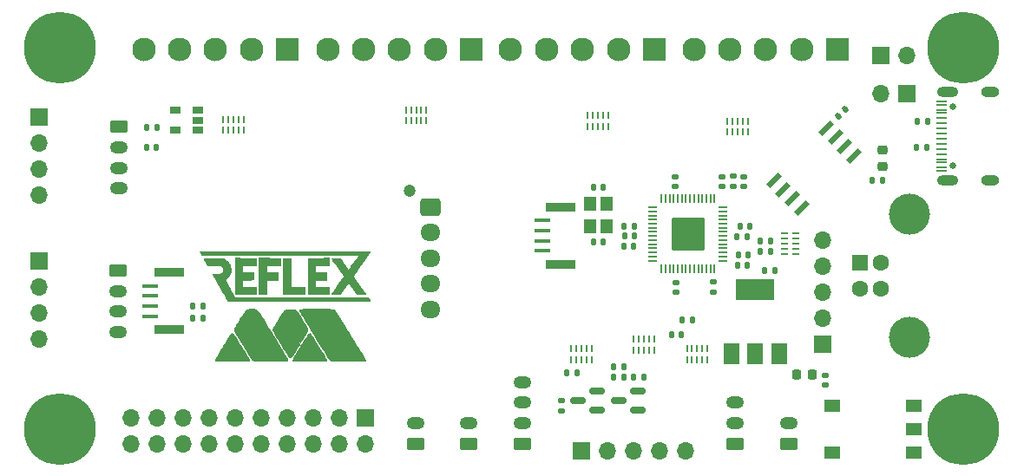
<source format=gbr>
%TF.GenerationSoftware,KiCad,Pcbnew,(7.0.0-0)*%
%TF.CreationDate,2023-06-11T14:21:35-06:00*%
%TF.ProjectId,ReflexFightingBoard,5265666c-6578-4466-9967-6874696e6742,rev?*%
%TF.SameCoordinates,Original*%
%TF.FileFunction,Soldermask,Top*%
%TF.FilePolarity,Negative*%
%FSLAX46Y46*%
G04 Gerber Fmt 4.6, Leading zero omitted, Abs format (unit mm)*
G04 Created by KiCad (PCBNEW (7.0.0-0)) date 2023-06-11 14:21:35*
%MOMM*%
%LPD*%
G01*
G04 APERTURE LIST*
G04 Aperture macros list*
%AMRoundRect*
0 Rectangle with rounded corners*
0 $1 Rounding radius*
0 $2 $3 $4 $5 $6 $7 $8 $9 X,Y pos of 4 corners*
0 Add a 4 corners polygon primitive as box body*
4,1,4,$2,$3,$4,$5,$6,$7,$8,$9,$2,$3,0*
0 Add four circle primitives for the rounded corners*
1,1,$1+$1,$2,$3*
1,1,$1+$1,$4,$5*
1,1,$1+$1,$6,$7*
1,1,$1+$1,$8,$9*
0 Add four rect primitives between the rounded corners*
20,1,$1+$1,$2,$3,$4,$5,0*
20,1,$1+$1,$4,$5,$6,$7,0*
20,1,$1+$1,$6,$7,$8,$9,0*
20,1,$1+$1,$8,$9,$2,$3,0*%
%AMRotRect*
0 Rectangle, with rotation*
0 The origin of the aperture is its center*
0 $1 length*
0 $2 width*
0 $3 Rotation angle, in degrees counterclockwise*
0 Add horizontal line*
21,1,$1,$2,0,0,$3*%
G04 Aperture macros list end*
%ADD10C,0.010000*%
%ADD11RoundRect,0.135000X0.135000X0.185000X-0.135000X0.185000X-0.135000X-0.185000X0.135000X-0.185000X0*%
%ADD12R,1.060000X0.650000*%
%ADD13RoundRect,0.140000X-0.140000X-0.170000X0.140000X-0.170000X0.140000X0.170000X-0.140000X0.170000X0*%
%ADD14R,1.700000X1.700000*%
%ADD15O,1.700000X1.700000*%
%ADD16RoundRect,0.249999X-0.625001X0.350001X-0.625001X-0.350001X0.625001X-0.350001X0.625001X0.350001X0*%
%ADD17O,1.750000X1.200000*%
%ADD18RoundRect,0.250000X0.625000X-0.350000X0.625000X0.350000X-0.625000X0.350000X-0.625000X-0.350000X0*%
%ADD19R,2.300000X2.300000*%
%ADD20C,2.300000*%
%ADD21C,7.000000*%
%ADD22R,3.000000X0.900000*%
%ADD23R,1.600000X0.400000*%
%ADD24RoundRect,0.140000X0.140000X0.170000X-0.140000X0.170000X-0.140000X-0.170000X0.140000X-0.170000X0*%
%ADD25O,0.200000X0.700000*%
%ADD26RoundRect,0.135000X-0.185000X0.135000X-0.185000X-0.135000X0.185000X-0.135000X0.185000X0.135000X0*%
%ADD27RoundRect,0.135000X0.185000X-0.135000X0.185000X0.135000X-0.185000X0.135000X-0.185000X-0.135000X0*%
%ADD28RoundRect,0.140000X-0.170000X0.140000X-0.170000X-0.140000X0.170000X-0.140000X0.170000X0.140000X0*%
%ADD29RoundRect,0.135000X-0.135000X-0.185000X0.135000X-0.185000X0.135000X0.185000X-0.135000X0.185000X0*%
%ADD30R,1.600000X1.600000*%
%ADD31C,1.600000*%
%ADD32C,4.000000*%
%ADD33RoundRect,0.147500X-0.147500X-0.172500X0.147500X-0.172500X0.147500X0.172500X-0.147500X0.172500X0*%
%ADD34R,1.500000X2.000000*%
%ADD35R,3.800000X2.000000*%
%ADD36RotRect,1.610000X0.580000X45.000000*%
%ADD37RoundRect,0.150000X0.587500X0.150000X-0.587500X0.150000X-0.587500X-0.150000X0.587500X-0.150000X0*%
%ADD38RoundRect,0.050000X-0.050000X0.387500X-0.050000X-0.387500X0.050000X-0.387500X0.050000X0.387500X0*%
%ADD39RoundRect,0.050000X-0.387500X0.050000X-0.387500X-0.050000X0.387500X-0.050000X0.387500X0.050000X0*%
%ADD40RoundRect,0.144000X-1.456000X1.456000X-1.456000X-1.456000X1.456000X-1.456000X1.456000X1.456000X0*%
%ADD41RoundRect,0.140000X0.170000X-0.140000X0.170000X0.140000X-0.170000X0.140000X-0.170000X-0.140000X0*%
%ADD42R,1.150000X1.400000*%
%ADD43RoundRect,0.218750X-0.218750X-0.256250X0.218750X-0.256250X0.218750X0.256250X-0.218750X0.256250X0*%
%ADD44RoundRect,0.218750X-0.256250X0.218750X-0.256250X-0.218750X0.256250X-0.218750X0.256250X0.218750X0*%
%ADD45R,1.550000X1.300000*%
%ADD46RoundRect,0.140000X0.021213X-0.219203X0.219203X-0.021213X-0.021213X0.219203X-0.219203X0.021213X0*%
%ADD47C,1.200000*%
%ADD48RoundRect,0.250000X-0.725000X0.600000X-0.725000X-0.600000X0.725000X-0.600000X0.725000X0.600000X0*%
%ADD49O,1.950000X1.700000*%
%ADD50C,0.650000*%
%ADD51R,1.100000X0.225000*%
%ADD52O,2.100000X1.000000*%
%ADD53O,1.800000X1.000000*%
%ADD54O,0.700000X0.200000*%
G04 APERTURE END LIST*
%TO.C,Ref\u002A\u002A*%
G36*
X121990812Y-103776614D02*
G01*
X122173370Y-103777559D01*
X122251970Y-103778220D01*
X123116900Y-103786296D01*
X123258123Y-103841995D01*
X123447628Y-103931880D01*
X123605150Y-104041421D01*
X123738835Y-104176801D01*
X123794117Y-104248822D01*
X123902302Y-104436123D01*
X123972252Y-104639182D01*
X124002802Y-104853315D01*
X123994988Y-105057060D01*
X123955103Y-105236795D01*
X123883499Y-105412359D01*
X123785709Y-105574863D01*
X123667265Y-105715423D01*
X123533701Y-105825153D01*
X123505996Y-105842420D01*
X123464558Y-105870644D01*
X123445177Y-105891226D01*
X123444983Y-105892460D01*
X123454743Y-105915308D01*
X123481359Y-105967392D01*
X123520828Y-106041105D01*
X123569152Y-106128843D01*
X123571983Y-106133917D01*
X123620630Y-106221902D01*
X123660664Y-106295945D01*
X123688099Y-106348553D01*
X123698947Y-106372233D01*
X123698983Y-106372566D01*
X123708811Y-106394762D01*
X123735068Y-106444510D01*
X123772914Y-106512762D01*
X123790997Y-106544587D01*
X123841881Y-106635035D01*
X123902843Y-106745637D01*
X123964352Y-106859027D01*
X123995386Y-106917084D01*
X124050706Y-107020538D01*
X124108383Y-107127169D01*
X124159972Y-107221418D01*
X124184930Y-107266334D01*
X124224580Y-107338500D01*
X124256722Y-107399693D01*
X124274885Y-107437561D01*
X124275592Y-107439347D01*
X124294684Y-107478034D01*
X124327252Y-107534639D01*
X124343549Y-107561056D01*
X124398014Y-107647334D01*
X137408849Y-107647334D01*
X137496583Y-107772406D01*
X137539775Y-107836993D01*
X137571098Y-107889577D01*
X137584239Y-107919495D01*
X137584316Y-107920573D01*
X137563468Y-107922346D01*
X137502195Y-107924057D01*
X137402407Y-107925706D01*
X137266014Y-107927292D01*
X137094923Y-107928813D01*
X136891045Y-107930270D01*
X136656289Y-107931660D01*
X136392563Y-107932984D01*
X136101776Y-107934239D01*
X135785838Y-107935425D01*
X135446659Y-107936542D01*
X135086146Y-107937588D01*
X134706210Y-107938562D01*
X134308758Y-107939463D01*
X133895702Y-107940291D01*
X133468948Y-107941043D01*
X133030408Y-107941721D01*
X132581989Y-107942322D01*
X132125601Y-107942845D01*
X131663153Y-107943290D01*
X131196554Y-107943656D01*
X130727713Y-107943941D01*
X130258540Y-107944145D01*
X129790943Y-107944267D01*
X129326832Y-107944305D01*
X128868115Y-107944260D01*
X128416703Y-107944129D01*
X127974503Y-107943913D01*
X127543426Y-107943609D01*
X127125379Y-107943218D01*
X126722274Y-107942738D01*
X126336017Y-107942168D01*
X125968519Y-107941507D01*
X125621689Y-107940754D01*
X125297435Y-107939909D01*
X124997668Y-107938970D01*
X124724296Y-107937937D01*
X124479227Y-107936808D01*
X124264372Y-107935583D01*
X124081640Y-107934261D01*
X123932939Y-107932840D01*
X123820179Y-107931319D01*
X123745268Y-107929699D01*
X123710117Y-107927977D01*
X123707645Y-107927468D01*
X123694344Y-107907419D01*
X123662364Y-107854110D01*
X123613772Y-107771180D01*
X123550636Y-107662270D01*
X123475020Y-107531022D01*
X123388993Y-107381075D01*
X123294620Y-107216071D01*
X123193968Y-107039651D01*
X123089105Y-106855455D01*
X122982096Y-106667123D01*
X122875008Y-106478297D01*
X122769908Y-106292618D01*
X122668863Y-106113726D01*
X122573939Y-105945262D01*
X122487203Y-105790866D01*
X122410721Y-105654180D01*
X122346560Y-105538844D01*
X122296787Y-105448499D01*
X122263469Y-105386786D01*
X122248671Y-105357345D01*
X122248533Y-105356992D01*
X122247425Y-105344820D01*
X122258257Y-105335637D01*
X122286311Y-105328875D01*
X122336872Y-105323966D01*
X122415219Y-105320343D01*
X122526638Y-105317438D01*
X122635612Y-105315379D01*
X122775140Y-105312799D01*
X122879156Y-105309993D01*
X122954477Y-105306042D01*
X123007919Y-105300024D01*
X123046299Y-105291019D01*
X123076433Y-105278107D01*
X123105137Y-105260367D01*
X123120335Y-105249918D01*
X123211020Y-105163949D01*
X123269894Y-105059357D01*
X123297055Y-104944268D01*
X123292597Y-104826809D01*
X123256618Y-104715105D01*
X123189212Y-104617283D01*
X123112117Y-104554100D01*
X123088385Y-104539954D01*
X123064057Y-104528668D01*
X123034143Y-104519822D01*
X122993653Y-104513002D01*
X122937596Y-104507789D01*
X122860982Y-104503766D01*
X122758820Y-104500516D01*
X122626122Y-104497623D01*
X122457895Y-104494668D01*
X122387106Y-104493500D01*
X121741978Y-104482917D01*
X121548461Y-104144250D01*
X121488032Y-104036130D01*
X121437061Y-103940349D01*
X121398570Y-103862978D01*
X121375581Y-103810085D01*
X121370992Y-103787863D01*
X121394972Y-103784222D01*
X121456738Y-103781221D01*
X121551748Y-103778910D01*
X121675459Y-103777339D01*
X121823328Y-103776557D01*
X121990812Y-103776614D01*
G37*
D10*
X121990812Y-103776614D02*
X122173370Y-103777559D01*
X122251970Y-103778220D01*
X123116900Y-103786296D01*
X123258123Y-103841995D01*
X123447628Y-103931880D01*
X123605150Y-104041421D01*
X123738835Y-104176801D01*
X123794117Y-104248822D01*
X123902302Y-104436123D01*
X123972252Y-104639182D01*
X124002802Y-104853315D01*
X123994988Y-105057060D01*
X123955103Y-105236795D01*
X123883499Y-105412359D01*
X123785709Y-105574863D01*
X123667265Y-105715423D01*
X123533701Y-105825153D01*
X123505996Y-105842420D01*
X123464558Y-105870644D01*
X123445177Y-105891226D01*
X123444983Y-105892460D01*
X123454743Y-105915308D01*
X123481359Y-105967392D01*
X123520828Y-106041105D01*
X123569152Y-106128843D01*
X123571983Y-106133917D01*
X123620630Y-106221902D01*
X123660664Y-106295945D01*
X123688099Y-106348553D01*
X123698947Y-106372233D01*
X123698983Y-106372566D01*
X123708811Y-106394762D01*
X123735068Y-106444510D01*
X123772914Y-106512762D01*
X123790997Y-106544587D01*
X123841881Y-106635035D01*
X123902843Y-106745637D01*
X123964352Y-106859027D01*
X123995386Y-106917084D01*
X124050706Y-107020538D01*
X124108383Y-107127169D01*
X124159972Y-107221418D01*
X124184930Y-107266334D01*
X124224580Y-107338500D01*
X124256722Y-107399693D01*
X124274885Y-107437561D01*
X124275592Y-107439347D01*
X124294684Y-107478034D01*
X124327252Y-107534639D01*
X124343549Y-107561056D01*
X124398014Y-107647334D01*
X137408849Y-107647334D01*
X137496583Y-107772406D01*
X137539775Y-107836993D01*
X137571098Y-107889577D01*
X137584239Y-107919495D01*
X137584316Y-107920573D01*
X137563468Y-107922346D01*
X137502195Y-107924057D01*
X137402407Y-107925706D01*
X137266014Y-107927292D01*
X137094923Y-107928813D01*
X136891045Y-107930270D01*
X136656289Y-107931660D01*
X136392563Y-107932984D01*
X136101776Y-107934239D01*
X135785838Y-107935425D01*
X135446659Y-107936542D01*
X135086146Y-107937588D01*
X134706210Y-107938562D01*
X134308758Y-107939463D01*
X133895702Y-107940291D01*
X133468948Y-107941043D01*
X133030408Y-107941721D01*
X132581989Y-107942322D01*
X132125601Y-107942845D01*
X131663153Y-107943290D01*
X131196554Y-107943656D01*
X130727713Y-107943941D01*
X130258540Y-107944145D01*
X129790943Y-107944267D01*
X129326832Y-107944305D01*
X128868115Y-107944260D01*
X128416703Y-107944129D01*
X127974503Y-107943913D01*
X127543426Y-107943609D01*
X127125379Y-107943218D01*
X126722274Y-107942738D01*
X126336017Y-107942168D01*
X125968519Y-107941507D01*
X125621689Y-107940754D01*
X125297435Y-107939909D01*
X124997668Y-107938970D01*
X124724296Y-107937937D01*
X124479227Y-107936808D01*
X124264372Y-107935583D01*
X124081640Y-107934261D01*
X123932939Y-107932840D01*
X123820179Y-107931319D01*
X123745268Y-107929699D01*
X123710117Y-107927977D01*
X123707645Y-107927468D01*
X123694344Y-107907419D01*
X123662364Y-107854110D01*
X123613772Y-107771180D01*
X123550636Y-107662270D01*
X123475020Y-107531022D01*
X123388993Y-107381075D01*
X123294620Y-107216071D01*
X123193968Y-107039651D01*
X123089105Y-106855455D01*
X122982096Y-106667123D01*
X122875008Y-106478297D01*
X122769908Y-106292618D01*
X122668863Y-106113726D01*
X122573939Y-105945262D01*
X122487203Y-105790866D01*
X122410721Y-105654180D01*
X122346560Y-105538844D01*
X122296787Y-105448499D01*
X122263469Y-105386786D01*
X122248671Y-105357345D01*
X122248533Y-105356992D01*
X122247425Y-105344820D01*
X122258257Y-105335637D01*
X122286311Y-105328875D01*
X122336872Y-105323966D01*
X122415219Y-105320343D01*
X122526638Y-105317438D01*
X122635612Y-105315379D01*
X122775140Y-105312799D01*
X122879156Y-105309993D01*
X122954477Y-105306042D01*
X123007919Y-105300024D01*
X123046299Y-105291019D01*
X123076433Y-105278107D01*
X123105137Y-105260367D01*
X123120335Y-105249918D01*
X123211020Y-105163949D01*
X123269894Y-105059357D01*
X123297055Y-104944268D01*
X123292597Y-104826809D01*
X123256618Y-104715105D01*
X123189212Y-104617283D01*
X123112117Y-104554100D01*
X123088385Y-104539954D01*
X123064057Y-104528668D01*
X123034143Y-104519822D01*
X122993653Y-104513002D01*
X122937596Y-104507789D01*
X122860982Y-104503766D01*
X122758820Y-104500516D01*
X122626122Y-104497623D01*
X122457895Y-104494668D01*
X122387106Y-104493500D01*
X121741978Y-104482917D01*
X121548461Y-104144250D01*
X121488032Y-104036130D01*
X121437061Y-103940349D01*
X121398570Y-103862978D01*
X121375581Y-103810085D01*
X121370992Y-103787863D01*
X121394972Y-103784222D01*
X121456738Y-103781221D01*
X121551748Y-103778910D01*
X121675459Y-103777339D01*
X121823328Y-103776557D01*
X121990812Y-103776614D01*
G36*
X125439941Y-103778922D02*
G01*
X126461233Y-103784417D01*
X126461233Y-104482917D01*
X125788668Y-104488507D01*
X125116104Y-104494096D01*
X125121918Y-104837757D01*
X125127733Y-105181417D01*
X126238983Y-105192703D01*
X126238983Y-105889797D01*
X125683358Y-105895440D01*
X125127733Y-105901084D01*
X125127733Y-106578417D01*
X125794483Y-106589000D01*
X126461233Y-106599584D01*
X126461233Y-107298084D01*
X125439941Y-107303578D01*
X124418650Y-107309073D01*
X124418650Y-103773427D01*
X125439941Y-103778922D01*
G37*
X125439941Y-103778922D02*
X126461233Y-103784417D01*
X126461233Y-104482917D01*
X125788668Y-104488507D01*
X125116104Y-104494096D01*
X125121918Y-104837757D01*
X125127733Y-105181417D01*
X126238983Y-105192703D01*
X126238983Y-105889797D01*
X125683358Y-105895440D01*
X125127733Y-105901084D01*
X125127733Y-106578417D01*
X125794483Y-106589000D01*
X126461233Y-106599584D01*
X126461233Y-107298084D01*
X125439941Y-107303578D01*
X124418650Y-107309073D01*
X124418650Y-103773427D01*
X125439941Y-103778922D01*
G36*
X128831900Y-103784417D02*
G01*
X128831900Y-104482917D01*
X127466650Y-104494087D01*
X127466650Y-105192000D01*
X128609650Y-105192000D01*
X128609650Y-105890500D01*
X127466650Y-105890500D01*
X127466650Y-107308667D01*
X126768150Y-107308667D01*
X126768150Y-103773431D01*
X128831900Y-103784417D01*
G37*
X128831900Y-103784417D02*
X128831900Y-104482917D01*
X127466650Y-104494087D01*
X127466650Y-105192000D01*
X128609650Y-105192000D01*
X128609650Y-105890500D01*
X127466650Y-105890500D01*
X127466650Y-107308667D01*
X126768150Y-107308667D01*
X126768150Y-103773431D01*
X128831900Y-103784417D01*
G36*
X129837316Y-106589000D02*
G01*
X131255483Y-106589000D01*
X131255483Y-107308667D01*
X129138816Y-107308667D01*
X129138816Y-103773834D01*
X129837316Y-103773834D01*
X129837316Y-106589000D01*
G37*
X129837316Y-106589000D02*
X131255483Y-106589000D01*
X131255483Y-107308667D01*
X129138816Y-107308667D01*
X129138816Y-103773834D01*
X129837316Y-103773834D01*
X129837316Y-106589000D01*
G36*
X133604983Y-104493500D02*
G01*
X132271483Y-104493500D01*
X132271483Y-105192000D01*
X133372150Y-105192000D01*
X133372150Y-105890500D01*
X132271483Y-105890500D01*
X132271483Y-106589000D01*
X133604983Y-106589000D01*
X133604983Y-107308667D01*
X132588319Y-107308667D01*
X132343765Y-107308439D01*
X132138628Y-107307704D01*
X131969993Y-107306387D01*
X131834945Y-107304413D01*
X131730570Y-107301707D01*
X131653954Y-107298195D01*
X131602181Y-107293800D01*
X131572337Y-107288447D01*
X131561559Y-107282209D01*
X131560069Y-107257418D01*
X131558777Y-107193488D01*
X131557689Y-107093611D01*
X131556815Y-106960982D01*
X131556164Y-106798792D01*
X131555743Y-106610237D01*
X131555562Y-106398508D01*
X131555627Y-106166799D01*
X131555949Y-105918304D01*
X131556535Y-105656215D01*
X131556932Y-105520084D01*
X131562400Y-103784417D01*
X132583691Y-103778922D01*
X133604983Y-103773427D01*
X133604983Y-104493500D01*
G37*
X133604983Y-104493500D02*
X132271483Y-104493500D01*
X132271483Y-105192000D01*
X133372150Y-105192000D01*
X133372150Y-105890500D01*
X132271483Y-105890500D01*
X132271483Y-106589000D01*
X133604983Y-106589000D01*
X133604983Y-107308667D01*
X132588319Y-107308667D01*
X132343765Y-107308439D01*
X132138628Y-107307704D01*
X131969993Y-107306387D01*
X131834945Y-107304413D01*
X131730570Y-107301707D01*
X131653954Y-107298195D01*
X131602181Y-107293800D01*
X131572337Y-107288447D01*
X131561559Y-107282209D01*
X131560069Y-107257418D01*
X131558777Y-107193488D01*
X131557689Y-107093611D01*
X131556815Y-106960982D01*
X131556164Y-106798792D01*
X131555743Y-106610237D01*
X131555562Y-106398508D01*
X131555627Y-106166799D01*
X131555949Y-105918304D01*
X131556535Y-105656215D01*
X131556932Y-105520084D01*
X131562400Y-103784417D01*
X132583691Y-103778922D01*
X133604983Y-103773427D01*
X133604983Y-104493500D01*
G36*
X137552011Y-103218209D02*
G01*
X137522670Y-103262244D01*
X137472824Y-103334946D01*
X137406536Y-103430509D01*
X137327873Y-103543126D01*
X137240899Y-103666994D01*
X137149681Y-103796304D01*
X137058282Y-103925252D01*
X136980837Y-104033947D01*
X136898706Y-104149411D01*
X136806595Y-104279732D01*
X136716771Y-104407518D01*
X136652754Y-104499174D01*
X136581734Y-104600675D01*
X136495330Y-104723225D01*
X136402937Y-104853548D01*
X136313952Y-104978369D01*
X136285739Y-105017758D01*
X136171466Y-105177890D01*
X136081247Y-105306229D01*
X136013704Y-105404825D01*
X135967458Y-105475725D01*
X135941131Y-105520981D01*
X135933316Y-105541974D01*
X135946028Y-105569198D01*
X135983994Y-105629833D01*
X136046960Y-105723503D01*
X136134670Y-105849833D01*
X136246870Y-106008449D01*
X136324371Y-106116913D01*
X136394195Y-106214546D01*
X136473786Y-106326187D01*
X136558894Y-106445836D01*
X136645268Y-106567497D01*
X136728659Y-106685172D01*
X136804816Y-106792862D01*
X136869490Y-106884571D01*
X136918431Y-106954301D01*
X136947388Y-106996053D01*
X136948743Y-106998047D01*
X136977779Y-107039707D01*
X137021266Y-107100768D01*
X137059868Y-107154305D01*
X137101306Y-107214652D01*
X137130201Y-107262879D01*
X137139816Y-107286596D01*
X137118773Y-107295322D01*
X137056031Y-107301889D01*
X136952173Y-107306268D01*
X136807778Y-107308428D01*
X136727891Y-107308667D01*
X136584682Y-107309201D01*
X136476525Y-107308734D01*
X136396189Y-107304165D01*
X136336445Y-107292393D01*
X136290063Y-107270314D01*
X136249813Y-107234827D01*
X136208465Y-107182830D01*
X136158790Y-107111221D01*
X136113233Y-107044950D01*
X136035007Y-106933129D01*
X135950483Y-106813218D01*
X135863456Y-106690505D01*
X135777718Y-106570277D01*
X135697063Y-106457823D01*
X135625285Y-106358430D01*
X135566177Y-106277386D01*
X135523533Y-106219979D01*
X135501145Y-106191496D01*
X135500353Y-106190636D01*
X135481559Y-106181322D01*
X135457980Y-106195726D01*
X135423323Y-106239080D01*
X135398500Y-106275303D01*
X135358062Y-106334677D01*
X135300046Y-106418361D01*
X135231513Y-106516238D01*
X135159522Y-106618191D01*
X135142674Y-106641917D01*
X135064953Y-106751465D01*
X134983179Y-106867107D01*
X134906581Y-106975772D01*
X134844385Y-107064390D01*
X134839162Y-107071862D01*
X134784186Y-107149629D01*
X134735752Y-107216480D01*
X134700537Y-107263283D01*
X134688263Y-107278237D01*
X134670401Y-107289164D01*
X134636189Y-107297257D01*
X134580312Y-107302885D01*
X134497453Y-107306416D01*
X134382298Y-107308218D01*
X134249054Y-107308667D01*
X134091642Y-107307755D01*
X133974183Y-107304930D01*
X133894331Y-107300055D01*
X133849745Y-107292998D01*
X133837816Y-107284982D01*
X133849468Y-107260136D01*
X133881537Y-107207642D01*
X133929694Y-107134200D01*
X133989612Y-107046509D01*
X134019019Y-107004524D01*
X134082524Y-106914511D01*
X134164611Y-106798123D01*
X134259477Y-106663589D01*
X134361320Y-106519139D01*
X134464337Y-106373003D01*
X134535881Y-106271500D01*
X134629279Y-106139013D01*
X134719407Y-106011222D01*
X134801970Y-105894212D01*
X134872675Y-105794065D01*
X134927229Y-105716865D01*
X134959387Y-105671444D01*
X135001051Y-105607396D01*
X135028367Y-105554864D01*
X135035883Y-105524470D01*
X135035448Y-105523277D01*
X135018154Y-105495505D01*
X134982748Y-105443484D01*
X134936049Y-105377179D01*
X134922864Y-105358780D01*
X134859851Y-105270757D01*
X134779302Y-105157616D01*
X134687977Y-105028908D01*
X134592638Y-104894182D01*
X134500045Y-104762988D01*
X134416959Y-104644876D01*
X134370222Y-104578167D01*
X134313495Y-104497610D01*
X134243659Y-104399305D01*
X134172466Y-104299768D01*
X134144337Y-104260667D01*
X134039572Y-104114583D01*
X133953042Y-103992308D01*
X133886337Y-103896150D01*
X133841049Y-103828411D01*
X133818766Y-103791399D01*
X133816650Y-103785631D01*
X133836758Y-103782039D01*
X133892851Y-103778888D01*
X133978581Y-103776355D01*
X134087600Y-103774618D01*
X134213561Y-103773854D01*
X134238471Y-103773834D01*
X134388632Y-103774390D01*
X134501725Y-103776295D01*
X134583003Y-103779904D01*
X134637721Y-103785574D01*
X134671132Y-103793658D01*
X134688263Y-103804264D01*
X134711916Y-103834033D01*
X134752932Y-103889516D01*
X134804634Y-103961583D01*
X134839162Y-104010639D01*
X134899349Y-104096448D01*
X134974890Y-104203651D01*
X135056557Y-104319179D01*
X135135122Y-104429959D01*
X135142674Y-104440584D01*
X135214329Y-104541841D01*
X135284089Y-104641253D01*
X135344939Y-104728767D01*
X135389860Y-104794327D01*
X135397512Y-104805709D01*
X135446141Y-104874252D01*
X135479201Y-104908707D01*
X135501158Y-104912276D01*
X135515651Y-104890375D01*
X135530766Y-104865243D01*
X135566425Y-104811813D01*
X135618455Y-104736159D01*
X135682686Y-104644354D01*
X135745458Y-104555775D01*
X135826046Y-104442441D01*
X135906940Y-104328222D01*
X135981285Y-104222831D01*
X136042224Y-104135977D01*
X136070900Y-104094785D01*
X136126131Y-104015541D01*
X136196614Y-103915166D01*
X136272981Y-103806968D01*
X136340775Y-103711406D01*
X136401236Y-103625571D01*
X136451652Y-103552340D01*
X136487477Y-103498446D01*
X136504164Y-103470617D01*
X136504816Y-103468605D01*
X136483898Y-103467695D01*
X136422136Y-103466802D01*
X136321021Y-103465927D01*
X136182042Y-103465072D01*
X136006690Y-103464241D01*
X135796454Y-103463435D01*
X135552824Y-103462657D01*
X135277291Y-103461909D01*
X134971343Y-103461194D01*
X134636472Y-103460515D01*
X134274166Y-103459874D01*
X133885917Y-103459272D01*
X133473214Y-103458714D01*
X133037546Y-103458200D01*
X132580404Y-103457734D01*
X132103278Y-103457319D01*
X131607657Y-103456955D01*
X131095032Y-103456647D01*
X130566892Y-103456396D01*
X130024728Y-103456205D01*
X129470029Y-103456076D01*
X128904285Y-103456012D01*
X128847775Y-103456009D01*
X128280762Y-103455943D01*
X127724529Y-103455794D01*
X127180572Y-103455565D01*
X126650386Y-103455260D01*
X126135468Y-103454882D01*
X125637313Y-103454434D01*
X125157418Y-103453919D01*
X124697278Y-103453339D01*
X124258391Y-103452699D01*
X123842251Y-103452001D01*
X123450355Y-103451248D01*
X123084199Y-103450444D01*
X122745280Y-103449591D01*
X122435092Y-103448692D01*
X122155132Y-103447752D01*
X121906897Y-103446772D01*
X121691882Y-103445755D01*
X121511583Y-103444706D01*
X121367497Y-103443627D01*
X121261119Y-103442521D01*
X121193946Y-103441391D01*
X121167473Y-103440240D01*
X121167136Y-103440134D01*
X121146298Y-103415485D01*
X121113676Y-103366302D01*
X121076562Y-103304994D01*
X121042248Y-103243970D01*
X121018029Y-103195639D01*
X121010816Y-103174164D01*
X121031744Y-103173156D01*
X121093574Y-103172166D01*
X121194872Y-103171198D01*
X121334208Y-103170253D01*
X121510150Y-103169334D01*
X121721264Y-103168443D01*
X121966120Y-103167583D01*
X122243286Y-103166756D01*
X122551329Y-103165965D01*
X122888817Y-103165211D01*
X123254318Y-103164499D01*
X123646401Y-103163829D01*
X124063634Y-103163205D01*
X124504584Y-103162629D01*
X124967819Y-103162103D01*
X125451907Y-103161629D01*
X125955417Y-103161211D01*
X126476917Y-103160851D01*
X127014974Y-103160551D01*
X127568156Y-103160313D01*
X128135032Y-103160141D01*
X128714169Y-103160035D01*
X129300001Y-103160000D01*
X137589185Y-103160000D01*
X137552011Y-103218209D01*
G37*
X137552011Y-103218209D02*
X137522670Y-103262244D01*
X137472824Y-103334946D01*
X137406536Y-103430509D01*
X137327873Y-103543126D01*
X137240899Y-103666994D01*
X137149681Y-103796304D01*
X137058282Y-103925252D01*
X136980837Y-104033947D01*
X136898706Y-104149411D01*
X136806595Y-104279732D01*
X136716771Y-104407518D01*
X136652754Y-104499174D01*
X136581734Y-104600675D01*
X136495330Y-104723225D01*
X136402937Y-104853548D01*
X136313952Y-104978369D01*
X136285739Y-105017758D01*
X136171466Y-105177890D01*
X136081247Y-105306229D01*
X136013704Y-105404825D01*
X135967458Y-105475725D01*
X135941131Y-105520981D01*
X135933316Y-105541974D01*
X135946028Y-105569198D01*
X135983994Y-105629833D01*
X136046960Y-105723503D01*
X136134670Y-105849833D01*
X136246870Y-106008449D01*
X136324371Y-106116913D01*
X136394195Y-106214546D01*
X136473786Y-106326187D01*
X136558894Y-106445836D01*
X136645268Y-106567497D01*
X136728659Y-106685172D01*
X136804816Y-106792862D01*
X136869490Y-106884571D01*
X136918431Y-106954301D01*
X136947388Y-106996053D01*
X136948743Y-106998047D01*
X136977779Y-107039707D01*
X137021266Y-107100768D01*
X137059868Y-107154305D01*
X137101306Y-107214652D01*
X137130201Y-107262879D01*
X137139816Y-107286596D01*
X137118773Y-107295322D01*
X137056031Y-107301889D01*
X136952173Y-107306268D01*
X136807778Y-107308428D01*
X136727891Y-107308667D01*
X136584682Y-107309201D01*
X136476525Y-107308734D01*
X136396189Y-107304165D01*
X136336445Y-107292393D01*
X136290063Y-107270314D01*
X136249813Y-107234827D01*
X136208465Y-107182830D01*
X136158790Y-107111221D01*
X136113233Y-107044950D01*
X136035007Y-106933129D01*
X135950483Y-106813218D01*
X135863456Y-106690505D01*
X135777718Y-106570277D01*
X135697063Y-106457823D01*
X135625285Y-106358430D01*
X135566177Y-106277386D01*
X135523533Y-106219979D01*
X135501145Y-106191496D01*
X135500353Y-106190636D01*
X135481559Y-106181322D01*
X135457980Y-106195726D01*
X135423323Y-106239080D01*
X135398500Y-106275303D01*
X135358062Y-106334677D01*
X135300046Y-106418361D01*
X135231513Y-106516238D01*
X135159522Y-106618191D01*
X135142674Y-106641917D01*
X135064953Y-106751465D01*
X134983179Y-106867107D01*
X134906581Y-106975772D01*
X134844385Y-107064390D01*
X134839162Y-107071862D01*
X134784186Y-107149629D01*
X134735752Y-107216480D01*
X134700537Y-107263283D01*
X134688263Y-107278237D01*
X134670401Y-107289164D01*
X134636189Y-107297257D01*
X134580312Y-107302885D01*
X134497453Y-107306416D01*
X134382298Y-107308218D01*
X134249054Y-107308667D01*
X134091642Y-107307755D01*
X133974183Y-107304930D01*
X133894331Y-107300055D01*
X133849745Y-107292998D01*
X133837816Y-107284982D01*
X133849468Y-107260136D01*
X133881537Y-107207642D01*
X133929694Y-107134200D01*
X133989612Y-107046509D01*
X134019019Y-107004524D01*
X134082524Y-106914511D01*
X134164611Y-106798123D01*
X134259477Y-106663589D01*
X134361320Y-106519139D01*
X134464337Y-106373003D01*
X134535881Y-106271500D01*
X134629279Y-106139013D01*
X134719407Y-106011222D01*
X134801970Y-105894212D01*
X134872675Y-105794065D01*
X134927229Y-105716865D01*
X134959387Y-105671444D01*
X135001051Y-105607396D01*
X135028367Y-105554864D01*
X135035883Y-105524470D01*
X135035448Y-105523277D01*
X135018154Y-105495505D01*
X134982748Y-105443484D01*
X134936049Y-105377179D01*
X134922864Y-105358780D01*
X134859851Y-105270757D01*
X134779302Y-105157616D01*
X134687977Y-105028908D01*
X134592638Y-104894182D01*
X134500045Y-104762988D01*
X134416959Y-104644876D01*
X134370222Y-104578167D01*
X134313495Y-104497610D01*
X134243659Y-104399305D01*
X134172466Y-104299768D01*
X134144337Y-104260667D01*
X134039572Y-104114583D01*
X133953042Y-103992308D01*
X133886337Y-103896150D01*
X133841049Y-103828411D01*
X133818766Y-103791399D01*
X133816650Y-103785631D01*
X133836758Y-103782039D01*
X133892851Y-103778888D01*
X133978581Y-103776355D01*
X134087600Y-103774618D01*
X134213561Y-103773854D01*
X134238471Y-103773834D01*
X134388632Y-103774390D01*
X134501725Y-103776295D01*
X134583003Y-103779904D01*
X134637721Y-103785574D01*
X134671132Y-103793658D01*
X134688263Y-103804264D01*
X134711916Y-103834033D01*
X134752932Y-103889516D01*
X134804634Y-103961583D01*
X134839162Y-104010639D01*
X134899349Y-104096448D01*
X134974890Y-104203651D01*
X135056557Y-104319179D01*
X135135122Y-104429959D01*
X135142674Y-104440584D01*
X135214329Y-104541841D01*
X135284089Y-104641253D01*
X135344939Y-104728767D01*
X135389860Y-104794327D01*
X135397512Y-104805709D01*
X135446141Y-104874252D01*
X135479201Y-104908707D01*
X135501158Y-104912276D01*
X135515651Y-104890375D01*
X135530766Y-104865243D01*
X135566425Y-104811813D01*
X135618455Y-104736159D01*
X135682686Y-104644354D01*
X135745458Y-104555775D01*
X135826046Y-104442441D01*
X135906940Y-104328222D01*
X135981285Y-104222831D01*
X136042224Y-104135977D01*
X136070900Y-104094785D01*
X136126131Y-104015541D01*
X136196614Y-103915166D01*
X136272981Y-103806968D01*
X136340775Y-103711406D01*
X136401236Y-103625571D01*
X136451652Y-103552340D01*
X136487477Y-103498446D01*
X136504164Y-103470617D01*
X136504816Y-103468605D01*
X136483898Y-103467695D01*
X136422136Y-103466802D01*
X136321021Y-103465927D01*
X136182042Y-103465072D01*
X136006690Y-103464241D01*
X135796454Y-103463435D01*
X135552824Y-103462657D01*
X135277291Y-103461909D01*
X134971343Y-103461194D01*
X134636472Y-103460515D01*
X134274166Y-103459874D01*
X133885917Y-103459272D01*
X133473214Y-103458714D01*
X133037546Y-103458200D01*
X132580404Y-103457734D01*
X132103278Y-103457319D01*
X131607657Y-103456955D01*
X131095032Y-103456647D01*
X130566892Y-103456396D01*
X130024728Y-103456205D01*
X129470029Y-103456076D01*
X128904285Y-103456012D01*
X128847775Y-103456009D01*
X128280762Y-103455943D01*
X127724529Y-103455794D01*
X127180572Y-103455565D01*
X126650386Y-103455260D01*
X126135468Y-103454882D01*
X125637313Y-103454434D01*
X125157418Y-103453919D01*
X124697278Y-103453339D01*
X124258391Y-103452699D01*
X123842251Y-103452001D01*
X123450355Y-103451248D01*
X123084199Y-103450444D01*
X122745280Y-103449591D01*
X122435092Y-103448692D01*
X122155132Y-103447752D01*
X121906897Y-103446772D01*
X121691882Y-103445755D01*
X121511583Y-103444706D01*
X121367497Y-103443627D01*
X121261119Y-103442521D01*
X121193946Y-103441391D01*
X121167473Y-103440240D01*
X121167136Y-103440134D01*
X121146298Y-103415485D01*
X121113676Y-103366302D01*
X121076562Y-103304994D01*
X121042248Y-103243970D01*
X121018029Y-103195639D01*
X121010816Y-103174164D01*
X121031744Y-103173156D01*
X121093574Y-103172166D01*
X121194872Y-103171198D01*
X121334208Y-103170253D01*
X121510150Y-103169334D01*
X121721264Y-103168443D01*
X121966120Y-103167583D01*
X122243286Y-103166756D01*
X122551329Y-103165965D01*
X122888817Y-103165211D01*
X123254318Y-103164499D01*
X123646401Y-103163829D01*
X124063634Y-103163205D01*
X124504584Y-103162629D01*
X124967819Y-103162103D01*
X125451907Y-103161629D01*
X125955417Y-103161211D01*
X126476917Y-103160851D01*
X127014974Y-103160551D01*
X127568156Y-103160313D01*
X128135032Y-103160141D01*
X128714169Y-103160035D01*
X129300001Y-103160000D01*
X137589185Y-103160000D01*
X137552011Y-103218209D01*
G36*
X124203155Y-111149981D02*
G01*
X124239383Y-111178304D01*
X124258446Y-111204893D01*
X124297247Y-111263922D01*
X124353497Y-111351684D01*
X124424905Y-111464468D01*
X124509181Y-111598566D01*
X124604036Y-111750267D01*
X124707180Y-111915863D01*
X124816322Y-112091644D01*
X124929174Y-112273900D01*
X125043444Y-112458923D01*
X125156843Y-112643003D01*
X125267082Y-112822431D01*
X125371869Y-112993497D01*
X125468916Y-113152492D01*
X125555932Y-113295707D01*
X125630628Y-113419432D01*
X125690713Y-113519958D01*
X125733897Y-113593575D01*
X125757891Y-113636575D01*
X125761262Y-113643541D01*
X125784206Y-113704940D01*
X125786075Y-113744835D01*
X125765492Y-113779193D01*
X125747960Y-113797679D01*
X125739144Y-113805634D01*
X125727779Y-113812523D01*
X125710952Y-113818421D01*
X125685749Y-113823404D01*
X125649256Y-113827546D01*
X125598561Y-113830924D01*
X125530748Y-113833612D01*
X125442906Y-113835686D01*
X125332120Y-113837221D01*
X125195477Y-113838292D01*
X125030063Y-113838974D01*
X124832964Y-113839343D01*
X124601268Y-113839474D01*
X124332061Y-113839442D01*
X124134002Y-113839369D01*
X123797735Y-113838936D01*
X123499543Y-113837933D01*
X123239980Y-113836367D01*
X123019598Y-113834246D01*
X122838952Y-113831579D01*
X122698596Y-113828371D01*
X122599083Y-113824632D01*
X122540967Y-113820369D01*
X122525335Y-113817150D01*
X122495534Y-113775628D01*
X122488294Y-113719561D01*
X122491507Y-113698915D01*
X122502112Y-113668398D01*
X122521558Y-113625506D01*
X122551291Y-113567738D01*
X122592761Y-113492591D01*
X122647415Y-113397563D01*
X122716701Y-113280152D01*
X122802067Y-113137854D01*
X122904960Y-112968168D01*
X123026830Y-112768591D01*
X123169124Y-112536622D01*
X123231756Y-112434738D01*
X123359181Y-112227892D01*
X123480988Y-112030815D01*
X123595228Y-111846616D01*
X123699955Y-111678407D01*
X123793221Y-111529297D01*
X123873077Y-111402396D01*
X123937576Y-111300815D01*
X123984770Y-111227664D01*
X124012711Y-111186053D01*
X124018613Y-111178304D01*
X124082452Y-111137839D01*
X124128710Y-111130679D01*
X124203155Y-111149981D01*
G37*
X124203155Y-111149981D02*
X124239383Y-111178304D01*
X124258446Y-111204893D01*
X124297247Y-111263922D01*
X124353497Y-111351684D01*
X124424905Y-111464468D01*
X124509181Y-111598566D01*
X124604036Y-111750267D01*
X124707180Y-111915863D01*
X124816322Y-112091644D01*
X124929174Y-112273900D01*
X125043444Y-112458923D01*
X125156843Y-112643003D01*
X125267082Y-112822431D01*
X125371869Y-112993497D01*
X125468916Y-113152492D01*
X125555932Y-113295707D01*
X125630628Y-113419432D01*
X125690713Y-113519958D01*
X125733897Y-113593575D01*
X125757891Y-113636575D01*
X125761262Y-113643541D01*
X125784206Y-113704940D01*
X125786075Y-113744835D01*
X125765492Y-113779193D01*
X125747960Y-113797679D01*
X125739144Y-113805634D01*
X125727779Y-113812523D01*
X125710952Y-113818421D01*
X125685749Y-113823404D01*
X125649256Y-113827546D01*
X125598561Y-113830924D01*
X125530748Y-113833612D01*
X125442906Y-113835686D01*
X125332120Y-113837221D01*
X125195477Y-113838292D01*
X125030063Y-113838974D01*
X124832964Y-113839343D01*
X124601268Y-113839474D01*
X124332061Y-113839442D01*
X124134002Y-113839369D01*
X123797735Y-113838936D01*
X123499543Y-113837933D01*
X123239980Y-113836367D01*
X123019598Y-113834246D01*
X122838952Y-113831579D01*
X122698596Y-113828371D01*
X122599083Y-113824632D01*
X122540967Y-113820369D01*
X122525335Y-113817150D01*
X122495534Y-113775628D01*
X122488294Y-113719561D01*
X122491507Y-113698915D01*
X122502112Y-113668398D01*
X122521558Y-113625506D01*
X122551291Y-113567738D01*
X122592761Y-113492591D01*
X122647415Y-113397563D01*
X122716701Y-113280152D01*
X122802067Y-113137854D01*
X122904960Y-112968168D01*
X123026830Y-112768591D01*
X123169124Y-112536622D01*
X123231756Y-112434738D01*
X123359181Y-112227892D01*
X123480988Y-112030815D01*
X123595228Y-111846616D01*
X123699955Y-111678407D01*
X123793221Y-111529297D01*
X123873077Y-111402396D01*
X123937576Y-111300815D01*
X123984770Y-111227664D01*
X124012711Y-111186053D01*
X124018613Y-111178304D01*
X124082452Y-111137839D01*
X124128710Y-111130679D01*
X124203155Y-111149981D01*
G36*
X131770939Y-111151682D02*
G01*
X131795511Y-111171683D01*
X131813552Y-111197091D01*
X131851552Y-111255117D01*
X131907332Y-111342296D01*
X131978714Y-111455163D01*
X132063518Y-111590252D01*
X132159566Y-111744098D01*
X132264679Y-111913237D01*
X132376678Y-112094201D01*
X132436627Y-112191357D01*
X132600669Y-112457553D01*
X132743855Y-112690094D01*
X132867589Y-112891334D01*
X132973276Y-113063625D01*
X133062321Y-113209322D01*
X133136129Y-113330776D01*
X133196104Y-113430342D01*
X133243651Y-113510373D01*
X133280175Y-113573222D01*
X133307080Y-113621241D01*
X133325771Y-113656785D01*
X133337653Y-113682206D01*
X133344130Y-113699858D01*
X133346608Y-113712093D01*
X133346794Y-113716090D01*
X133332531Y-113759675D01*
X133304460Y-113797679D01*
X133295648Y-113805625D01*
X133284277Y-113812510D01*
X133267438Y-113818408D01*
X133242221Y-113823397D01*
X133205715Y-113827552D01*
X133155011Y-113830950D01*
X133087199Y-113833667D01*
X132999369Y-113835778D01*
X132888612Y-113837361D01*
X132752017Y-113838490D01*
X132586675Y-113839243D01*
X132389676Y-113839696D01*
X132158109Y-113839924D01*
X131889066Y-113840004D01*
X131686722Y-113840013D01*
X131388276Y-113839940D01*
X131129335Y-113839685D01*
X130907071Y-113839188D01*
X130718656Y-113838391D01*
X130561262Y-113837236D01*
X130432060Y-113835663D01*
X130328223Y-113833615D01*
X130246923Y-113831033D01*
X130185331Y-113827858D01*
X130140620Y-113824032D01*
X130109961Y-113819497D01*
X130090527Y-113814194D01*
X130079488Y-113808064D01*
X130078055Y-113806751D01*
X130063044Y-113790047D01*
X130052464Y-113771742D01*
X130047672Y-113749219D01*
X130050024Y-113719861D01*
X130060877Y-113681052D01*
X130081587Y-113630175D01*
X130113512Y-113564615D01*
X130158006Y-113481754D01*
X130216429Y-113378976D01*
X130290134Y-113253665D01*
X130380481Y-113103204D01*
X130488824Y-112924978D01*
X130616520Y-112716368D01*
X130764926Y-112474759D01*
X130788785Y-112435953D01*
X130916231Y-112228999D01*
X131038046Y-112031814D01*
X131152285Y-111847506D01*
X131257003Y-111679184D01*
X131350254Y-111529956D01*
X131430095Y-111402932D01*
X131494580Y-111301220D01*
X131541765Y-111227928D01*
X131569703Y-111186166D01*
X131575641Y-111178304D01*
X131634343Y-111140310D01*
X131705063Y-111131267D01*
X131770939Y-111151682D01*
G37*
X131770939Y-111151682D02*
X131795511Y-111171683D01*
X131813552Y-111197091D01*
X131851552Y-111255117D01*
X131907332Y-111342296D01*
X131978714Y-111455163D01*
X132063518Y-111590252D01*
X132159566Y-111744098D01*
X132264679Y-111913237D01*
X132376678Y-112094201D01*
X132436627Y-112191357D01*
X132600669Y-112457553D01*
X132743855Y-112690094D01*
X132867589Y-112891334D01*
X132973276Y-113063625D01*
X133062321Y-113209322D01*
X133136129Y-113330776D01*
X133196104Y-113430342D01*
X133243651Y-113510373D01*
X133280175Y-113573222D01*
X133307080Y-113621241D01*
X133325771Y-113656785D01*
X133337653Y-113682206D01*
X133344130Y-113699858D01*
X133346608Y-113712093D01*
X133346794Y-113716090D01*
X133332531Y-113759675D01*
X133304460Y-113797679D01*
X133295648Y-113805625D01*
X133284277Y-113812510D01*
X133267438Y-113818408D01*
X133242221Y-113823397D01*
X133205715Y-113827552D01*
X133155011Y-113830950D01*
X133087199Y-113833667D01*
X132999369Y-113835778D01*
X132888612Y-113837361D01*
X132752017Y-113838490D01*
X132586675Y-113839243D01*
X132389676Y-113839696D01*
X132158109Y-113839924D01*
X131889066Y-113840004D01*
X131686722Y-113840013D01*
X131388276Y-113839940D01*
X131129335Y-113839685D01*
X130907071Y-113839188D01*
X130718656Y-113838391D01*
X130561262Y-113837236D01*
X130432060Y-113835663D01*
X130328223Y-113833615D01*
X130246923Y-113831033D01*
X130185331Y-113827858D01*
X130140620Y-113824032D01*
X130109961Y-113819497D01*
X130090527Y-113814194D01*
X130079488Y-113808064D01*
X130078055Y-113806751D01*
X130063044Y-113790047D01*
X130052464Y-113771742D01*
X130047672Y-113749219D01*
X130050024Y-113719861D01*
X130060877Y-113681052D01*
X130081587Y-113630175D01*
X130113512Y-113564615D01*
X130158006Y-113481754D01*
X130216429Y-113378976D01*
X130290134Y-113253665D01*
X130380481Y-113103204D01*
X130488824Y-112924978D01*
X130616520Y-112716368D01*
X130764926Y-112474759D01*
X130788785Y-112435953D01*
X130916231Y-112228999D01*
X131038046Y-112031814D01*
X131152285Y-111847506D01*
X131257003Y-111679184D01*
X131350254Y-111529956D01*
X131430095Y-111402932D01*
X131494580Y-111301220D01*
X131541765Y-111227928D01*
X131569703Y-111186166D01*
X131575641Y-111178304D01*
X131634343Y-111140310D01*
X131705063Y-111131267D01*
X131770939Y-111151682D01*
G36*
X129939266Y-108770965D02*
G01*
X130042002Y-108772541D01*
X130116763Y-108776028D01*
X130170727Y-108782131D01*
X130211070Y-108791554D01*
X130244970Y-108805000D01*
X130267044Y-108816282D01*
X130334444Y-108859867D01*
X130395320Y-108910604D01*
X130406503Y-108922116D01*
X130428912Y-108952481D01*
X130470814Y-109014969D01*
X130529656Y-109105564D01*
X130602884Y-109220249D01*
X130687943Y-109355008D01*
X130782282Y-109505824D01*
X130883345Y-109668683D01*
X130951919Y-109779888D01*
X131081947Y-109992235D01*
X131190325Y-110171419D01*
X131278404Y-110319813D01*
X131347535Y-110439792D01*
X131399070Y-110533732D01*
X131434360Y-110604007D01*
X131454756Y-110652993D01*
X131460547Y-110673883D01*
X131468097Y-110799229D01*
X131446840Y-110919731D01*
X131421021Y-110982513D01*
X131395531Y-111027432D01*
X131351174Y-111102298D01*
X131290205Y-111203484D01*
X131214876Y-111327362D01*
X131127441Y-111470304D01*
X131030154Y-111628681D01*
X130925268Y-111798866D01*
X130815036Y-111977231D01*
X130701712Y-112160147D01*
X130587549Y-112343987D01*
X130474801Y-112525122D01*
X130365722Y-112699925D01*
X130262564Y-112864768D01*
X130167581Y-113016022D01*
X130083027Y-113150060D01*
X130011156Y-113263254D01*
X129954220Y-113351976D01*
X129914473Y-113412597D01*
X129894169Y-113441489D01*
X129892643Y-113443138D01*
X129826108Y-113476340D01*
X129755570Y-113468946D01*
X129699111Y-113432554D01*
X129678334Y-113405602D01*
X129637984Y-113346054D01*
X129580318Y-113257584D01*
X129507594Y-113143866D01*
X129422069Y-113008575D01*
X129326001Y-112855386D01*
X129221646Y-112687972D01*
X129111263Y-112510008D01*
X128997108Y-112325168D01*
X128881439Y-112137126D01*
X128766513Y-111949558D01*
X128654589Y-111766136D01*
X128547922Y-111590536D01*
X128448771Y-111426432D01*
X128359393Y-111277497D01*
X128282045Y-111147407D01*
X128218985Y-111039836D01*
X128172470Y-110958458D01*
X128144758Y-110906947D01*
X128137977Y-110891513D01*
X128120682Y-110758652D01*
X128145649Y-110626728D01*
X128147082Y-110622679D01*
X128164576Y-110587006D01*
X128201821Y-110520214D01*
X128255949Y-110426965D01*
X128324092Y-110311925D01*
X128403384Y-110179757D01*
X128490956Y-110035127D01*
X128583941Y-109882698D01*
X128679471Y-109727135D01*
X128774678Y-109573101D01*
X128866696Y-109425262D01*
X128952657Y-109288281D01*
X129029692Y-109166823D01*
X129094935Y-109065552D01*
X129145517Y-108989133D01*
X129178572Y-108942229D01*
X129185539Y-108933569D01*
X129245618Y-108877399D01*
X129317312Y-108826341D01*
X129333706Y-108816974D01*
X129367845Y-108800286D01*
X129403306Y-108788144D01*
X129447299Y-108779835D01*
X129507037Y-108774643D01*
X129589728Y-108771852D01*
X129702584Y-108770748D01*
X129801377Y-108770596D01*
X129939266Y-108770965D01*
G37*
X129939266Y-108770965D02*
X130042002Y-108772541D01*
X130116763Y-108776028D01*
X130170727Y-108782131D01*
X130211070Y-108791554D01*
X130244970Y-108805000D01*
X130267044Y-108816282D01*
X130334444Y-108859867D01*
X130395320Y-108910604D01*
X130406503Y-108922116D01*
X130428912Y-108952481D01*
X130470814Y-109014969D01*
X130529656Y-109105564D01*
X130602884Y-109220249D01*
X130687943Y-109355008D01*
X130782282Y-109505824D01*
X130883345Y-109668683D01*
X130951919Y-109779888D01*
X131081947Y-109992235D01*
X131190325Y-110171419D01*
X131278404Y-110319813D01*
X131347535Y-110439792D01*
X131399070Y-110533732D01*
X131434360Y-110604007D01*
X131454756Y-110652993D01*
X131460547Y-110673883D01*
X131468097Y-110799229D01*
X131446840Y-110919731D01*
X131421021Y-110982513D01*
X131395531Y-111027432D01*
X131351174Y-111102298D01*
X131290205Y-111203484D01*
X131214876Y-111327362D01*
X131127441Y-111470304D01*
X131030154Y-111628681D01*
X130925268Y-111798866D01*
X130815036Y-111977231D01*
X130701712Y-112160147D01*
X130587549Y-112343987D01*
X130474801Y-112525122D01*
X130365722Y-112699925D01*
X130262564Y-112864768D01*
X130167581Y-113016022D01*
X130083027Y-113150060D01*
X130011156Y-113263254D01*
X129954220Y-113351976D01*
X129914473Y-113412597D01*
X129894169Y-113441489D01*
X129892643Y-113443138D01*
X129826108Y-113476340D01*
X129755570Y-113468946D01*
X129699111Y-113432554D01*
X129678334Y-113405602D01*
X129637984Y-113346054D01*
X129580318Y-113257584D01*
X129507594Y-113143866D01*
X129422069Y-113008575D01*
X129326001Y-112855386D01*
X129221646Y-112687972D01*
X129111263Y-112510008D01*
X128997108Y-112325168D01*
X128881439Y-112137126D01*
X128766513Y-111949558D01*
X128654589Y-111766136D01*
X128547922Y-111590536D01*
X128448771Y-111426432D01*
X128359393Y-111277497D01*
X128282045Y-111147407D01*
X128218985Y-111039836D01*
X128172470Y-110958458D01*
X128144758Y-110906947D01*
X128137977Y-110891513D01*
X128120682Y-110758652D01*
X128145649Y-110626728D01*
X128147082Y-110622679D01*
X128164576Y-110587006D01*
X128201821Y-110520214D01*
X128255949Y-110426965D01*
X128324092Y-110311925D01*
X128403384Y-110179757D01*
X128490956Y-110035127D01*
X128583941Y-109882698D01*
X128679471Y-109727135D01*
X128774678Y-109573101D01*
X128866696Y-109425262D01*
X128952657Y-109288281D01*
X129029692Y-109166823D01*
X129094935Y-109065552D01*
X129145517Y-108989133D01*
X129178572Y-108942229D01*
X129185539Y-108933569D01*
X129245618Y-108877399D01*
X129317312Y-108826341D01*
X129333706Y-108816974D01*
X129367845Y-108800286D01*
X129403306Y-108788144D01*
X129447299Y-108779835D01*
X129507037Y-108774643D01*
X129589728Y-108771852D01*
X129702584Y-108770748D01*
X129801377Y-108770596D01*
X129939266Y-108770965D01*
G36*
X126229083Y-108761332D02*
G01*
X126313339Y-108766608D01*
X126386742Y-108779042D01*
X126452626Y-108801460D01*
X126514325Y-108836689D01*
X126575173Y-108887557D01*
X126638503Y-108956889D01*
X126707650Y-109047514D01*
X126785947Y-109162258D01*
X126876727Y-109303949D01*
X126983326Y-109475413D01*
X127109077Y-109679477D01*
X127121342Y-109699367D01*
X127398478Y-110148737D01*
X127654186Y-110563482D01*
X127889301Y-110944983D01*
X128104662Y-111294620D01*
X128301106Y-111613772D01*
X128479471Y-111903819D01*
X128640593Y-112166142D01*
X128785311Y-112402120D01*
X128914462Y-112613133D01*
X129028883Y-112800561D01*
X129129412Y-112965785D01*
X129216886Y-113110183D01*
X129292143Y-113235137D01*
X129356020Y-113342025D01*
X129409354Y-113432228D01*
X129452983Y-113507126D01*
X129487744Y-113568099D01*
X129514475Y-113616526D01*
X129534014Y-113653788D01*
X129547197Y-113681264D01*
X129554862Y-113700335D01*
X129557847Y-113712380D01*
X129557960Y-113714433D01*
X129558248Y-113737443D01*
X129557274Y-113757459D01*
X129552286Y-113774690D01*
X129540529Y-113789342D01*
X129519250Y-113801622D01*
X129485695Y-113811739D01*
X129437111Y-113819900D01*
X129370742Y-113826312D01*
X129283836Y-113831183D01*
X129173639Y-113834719D01*
X129037397Y-113837129D01*
X128872356Y-113838620D01*
X128675762Y-113839399D01*
X128444862Y-113839673D01*
X128176902Y-113839651D01*
X127896959Y-113839548D01*
X127601875Y-113839433D01*
X127346108Y-113839224D01*
X127126639Y-113838842D01*
X126940451Y-113838207D01*
X126784527Y-113837239D01*
X126655849Y-113835861D01*
X126551400Y-113833991D01*
X126468163Y-113831553D01*
X126403119Y-113828465D01*
X126353253Y-113824648D01*
X126315546Y-113820025D01*
X126286980Y-113814514D01*
X126264539Y-113808038D01*
X126245206Y-113800516D01*
X126234794Y-113795901D01*
X126166687Y-113760121D01*
X126107513Y-113720954D01*
X126091029Y-113707173D01*
X126072328Y-113682138D01*
X126033353Y-113623904D01*
X125975934Y-113535376D01*
X125901903Y-113419458D01*
X125813088Y-113279055D01*
X125711321Y-113117072D01*
X125598433Y-112936415D01*
X125476253Y-112739987D01*
X125346612Y-112530694D01*
X125211340Y-112311441D01*
X125202505Y-112297092D01*
X124362497Y-110932557D01*
X124354522Y-110791418D01*
X124353684Y-110694128D01*
X124365561Y-110622945D01*
X124383771Y-110578271D01*
X124402546Y-110545334D01*
X124441074Y-110480477D01*
X124496864Y-110387801D01*
X124567427Y-110271404D01*
X124650274Y-110135388D01*
X124742915Y-109983851D01*
X124842860Y-109820894D01*
X124906487Y-109717412D01*
X125046825Y-109490790D01*
X125166646Y-109300348D01*
X125266357Y-109145467D01*
X125346369Y-109025530D01*
X125407089Y-108939916D01*
X125448927Y-108888007D01*
X125464093Y-108873558D01*
X125523177Y-108832939D01*
X125583503Y-108803257D01*
X125653114Y-108782868D01*
X125740054Y-108770126D01*
X125852367Y-108763386D01*
X125998095Y-108761003D01*
X126014677Y-108760942D01*
X126130640Y-108760385D01*
X126229083Y-108761332D01*
G37*
X126229083Y-108761332D02*
X126313339Y-108766608D01*
X126386742Y-108779042D01*
X126452626Y-108801460D01*
X126514325Y-108836689D01*
X126575173Y-108887557D01*
X126638503Y-108956889D01*
X126707650Y-109047514D01*
X126785947Y-109162258D01*
X126876727Y-109303949D01*
X126983326Y-109475413D01*
X127109077Y-109679477D01*
X127121342Y-109699367D01*
X127398478Y-110148737D01*
X127654186Y-110563482D01*
X127889301Y-110944983D01*
X128104662Y-111294620D01*
X128301106Y-111613772D01*
X128479471Y-111903819D01*
X128640593Y-112166142D01*
X128785311Y-112402120D01*
X128914462Y-112613133D01*
X129028883Y-112800561D01*
X129129412Y-112965785D01*
X129216886Y-113110183D01*
X129292143Y-113235137D01*
X129356020Y-113342025D01*
X129409354Y-113432228D01*
X129452983Y-113507126D01*
X129487744Y-113568099D01*
X129514475Y-113616526D01*
X129534014Y-113653788D01*
X129547197Y-113681264D01*
X129554862Y-113700335D01*
X129557847Y-113712380D01*
X129557960Y-113714433D01*
X129558248Y-113737443D01*
X129557274Y-113757459D01*
X129552286Y-113774690D01*
X129540529Y-113789342D01*
X129519250Y-113801622D01*
X129485695Y-113811739D01*
X129437111Y-113819900D01*
X129370742Y-113826312D01*
X129283836Y-113831183D01*
X129173639Y-113834719D01*
X129037397Y-113837129D01*
X128872356Y-113838620D01*
X128675762Y-113839399D01*
X128444862Y-113839673D01*
X128176902Y-113839651D01*
X127896959Y-113839548D01*
X127601875Y-113839433D01*
X127346108Y-113839224D01*
X127126639Y-113838842D01*
X126940451Y-113838207D01*
X126784527Y-113837239D01*
X126655849Y-113835861D01*
X126551400Y-113833991D01*
X126468163Y-113831553D01*
X126403119Y-113828465D01*
X126353253Y-113824648D01*
X126315546Y-113820025D01*
X126286980Y-113814514D01*
X126264539Y-113808038D01*
X126245206Y-113800516D01*
X126234794Y-113795901D01*
X126166687Y-113760121D01*
X126107513Y-113720954D01*
X126091029Y-113707173D01*
X126072328Y-113682138D01*
X126033353Y-113623904D01*
X125975934Y-113535376D01*
X125901903Y-113419458D01*
X125813088Y-113279055D01*
X125711321Y-113117072D01*
X125598433Y-112936415D01*
X125476253Y-112739987D01*
X125346612Y-112530694D01*
X125211340Y-112311441D01*
X125202505Y-112297092D01*
X124362497Y-110932557D01*
X124354522Y-110791418D01*
X124353684Y-110694128D01*
X124365561Y-110622945D01*
X124383771Y-110578271D01*
X124402546Y-110545334D01*
X124441074Y-110480477D01*
X124496864Y-110387801D01*
X124567427Y-110271404D01*
X124650274Y-110135388D01*
X124742915Y-109983851D01*
X124842860Y-109820894D01*
X124906487Y-109717412D01*
X125046825Y-109490790D01*
X125166646Y-109300348D01*
X125266357Y-109145467D01*
X125346369Y-109025530D01*
X125407089Y-108939916D01*
X125448927Y-108888007D01*
X125464093Y-108873558D01*
X125523177Y-108832939D01*
X125583503Y-108803257D01*
X125653114Y-108782868D01*
X125740054Y-108770126D01*
X125852367Y-108763386D01*
X125998095Y-108761003D01*
X126014677Y-108760942D01*
X126130640Y-108760385D01*
X126229083Y-108761332D01*
G36*
X132342316Y-108760013D02*
G01*
X132645896Y-108760017D01*
X132910137Y-108760168D01*
X133138034Y-108760667D01*
X133332582Y-108761718D01*
X133496773Y-108763525D01*
X133633605Y-108766291D01*
X133746070Y-108770219D01*
X133837163Y-108775512D01*
X133909879Y-108782374D01*
X133967212Y-108791009D01*
X134012157Y-108801619D01*
X134047708Y-108814408D01*
X134076860Y-108829580D01*
X134102607Y-108847337D01*
X134127943Y-108867884D01*
X134145150Y-108882442D01*
X134166358Y-108909055D01*
X134208726Y-108970545D01*
X134271431Y-109065607D01*
X134353652Y-109192938D01*
X134454570Y-109351233D01*
X134573361Y-109539190D01*
X134709207Y-109755503D01*
X134861285Y-109998869D01*
X135028775Y-110267985D01*
X135210855Y-110561546D01*
X135406704Y-110878249D01*
X135615502Y-111216789D01*
X135634169Y-111247096D01*
X135810513Y-111533497D01*
X135981011Y-111810540D01*
X136144314Y-112076023D01*
X136299069Y-112327743D01*
X136443925Y-112563496D01*
X136577530Y-112781080D01*
X136698533Y-112978293D01*
X136805582Y-113152930D01*
X136897326Y-113302790D01*
X136972413Y-113425669D01*
X137029491Y-113519365D01*
X137067210Y-113581675D01*
X137084218Y-113610396D01*
X137084771Y-113611420D01*
X137111706Y-113693699D01*
X137103944Y-113764394D01*
X137075752Y-113804982D01*
X137065703Y-113811596D01*
X137049283Y-113817327D01*
X137023623Y-113822237D01*
X136985857Y-113826389D01*
X136933117Y-113829844D01*
X136862536Y-113832663D01*
X136771247Y-113834909D01*
X136656383Y-113836644D01*
X136515075Y-113837929D01*
X136344457Y-113838826D01*
X136141662Y-113839398D01*
X135903821Y-113839705D01*
X135628069Y-113839811D01*
X135461793Y-113839806D01*
X133886544Y-113839599D01*
X133780710Y-113789690D01*
X133711456Y-113751642D01*
X133652159Y-113709931D01*
X133630040Y-113689355D01*
X133613585Y-113665385D01*
X133576326Y-113607524D01*
X133519616Y-113517953D01*
X133444811Y-113398851D01*
X133353265Y-113252399D01*
X133246333Y-113080776D01*
X133125369Y-112886162D01*
X132991728Y-112670737D01*
X132846764Y-112436681D01*
X132691833Y-112186175D01*
X132528289Y-111921397D01*
X132357487Y-111644528D01*
X132180781Y-111357748D01*
X132143081Y-111296520D01*
X131919898Y-110933744D01*
X131718351Y-110605563D01*
X131537656Y-110310664D01*
X131377024Y-110047735D01*
X131235671Y-109815463D01*
X131112810Y-109612538D01*
X131007653Y-109437646D01*
X130919416Y-109289475D01*
X130847312Y-109166713D01*
X130790553Y-109068048D01*
X130748355Y-108992168D01*
X130719930Y-108937759D01*
X130704492Y-108903511D01*
X130700960Y-108890012D01*
X130700607Y-108866062D01*
X130701395Y-108845245D01*
X130706092Y-108827343D01*
X130717469Y-108812135D01*
X130738293Y-108799403D01*
X130771335Y-108788927D01*
X130819363Y-108780488D01*
X130885147Y-108773867D01*
X130971455Y-108768844D01*
X131081058Y-108765200D01*
X131216724Y-108762715D01*
X131381222Y-108761171D01*
X131577322Y-108760348D01*
X131807793Y-108760027D01*
X132075403Y-108759988D01*
X132342316Y-108760013D01*
G37*
X132342316Y-108760013D02*
X132645896Y-108760017D01*
X132910137Y-108760168D01*
X133138034Y-108760667D01*
X133332582Y-108761718D01*
X133496773Y-108763525D01*
X133633605Y-108766291D01*
X133746070Y-108770219D01*
X133837163Y-108775512D01*
X133909879Y-108782374D01*
X133967212Y-108791009D01*
X134012157Y-108801619D01*
X134047708Y-108814408D01*
X134076860Y-108829580D01*
X134102607Y-108847337D01*
X134127943Y-108867884D01*
X134145150Y-108882442D01*
X134166358Y-108909055D01*
X134208726Y-108970545D01*
X134271431Y-109065607D01*
X134353652Y-109192938D01*
X134454570Y-109351233D01*
X134573361Y-109539190D01*
X134709207Y-109755503D01*
X134861285Y-109998869D01*
X135028775Y-110267985D01*
X135210855Y-110561546D01*
X135406704Y-110878249D01*
X135615502Y-111216789D01*
X135634169Y-111247096D01*
X135810513Y-111533497D01*
X135981011Y-111810540D01*
X136144314Y-112076023D01*
X136299069Y-112327743D01*
X136443925Y-112563496D01*
X136577530Y-112781080D01*
X136698533Y-112978293D01*
X136805582Y-113152930D01*
X136897326Y-113302790D01*
X136972413Y-113425669D01*
X137029491Y-113519365D01*
X137067210Y-113581675D01*
X137084218Y-113610396D01*
X137084771Y-113611420D01*
X137111706Y-113693699D01*
X137103944Y-113764394D01*
X137075752Y-113804982D01*
X137065703Y-113811596D01*
X137049283Y-113817327D01*
X137023623Y-113822237D01*
X136985857Y-113826389D01*
X136933117Y-113829844D01*
X136862536Y-113832663D01*
X136771247Y-113834909D01*
X136656383Y-113836644D01*
X136515075Y-113837929D01*
X136344457Y-113838826D01*
X136141662Y-113839398D01*
X135903821Y-113839705D01*
X135628069Y-113839811D01*
X135461793Y-113839806D01*
X133886544Y-113839599D01*
X133780710Y-113789690D01*
X133711456Y-113751642D01*
X133652159Y-113709931D01*
X133630040Y-113689355D01*
X133613585Y-113665385D01*
X133576326Y-113607524D01*
X133519616Y-113517953D01*
X133444811Y-113398851D01*
X133353265Y-113252399D01*
X133246333Y-113080776D01*
X133125369Y-112886162D01*
X132991728Y-112670737D01*
X132846764Y-112436681D01*
X132691833Y-112186175D01*
X132528289Y-111921397D01*
X132357487Y-111644528D01*
X132180781Y-111357748D01*
X132143081Y-111296520D01*
X131919898Y-110933744D01*
X131718351Y-110605563D01*
X131537656Y-110310664D01*
X131377024Y-110047735D01*
X131235671Y-109815463D01*
X131112810Y-109612538D01*
X131007653Y-109437646D01*
X130919416Y-109289475D01*
X130847312Y-109166713D01*
X130790553Y-109068048D01*
X130748355Y-108992168D01*
X130719930Y-108937759D01*
X130704492Y-108903511D01*
X130700960Y-108890012D01*
X130700607Y-108866062D01*
X130701395Y-108845245D01*
X130706092Y-108827343D01*
X130717469Y-108812135D01*
X130738293Y-108799403D01*
X130771335Y-108788927D01*
X130819363Y-108780488D01*
X130885147Y-108773867D01*
X130971455Y-108768844D01*
X131081058Y-108765200D01*
X131216724Y-108762715D01*
X131381222Y-108761171D01*
X131577322Y-108760348D01*
X131807793Y-108760027D01*
X132075403Y-108759988D01*
X132342316Y-108760013D01*
%TD*%
D11*
%TO.C,R1*%
X157787811Y-115000000D03*
X156767811Y-115000000D03*
%TD*%
%TO.C,R5*%
X116810000Y-91000000D03*
X115790000Y-91000000D03*
%TD*%
D12*
%TO.C,U2*%
X120799999Y-91272399D03*
X120799999Y-90322399D03*
X120799999Y-89372399D03*
X118599999Y-89372399D03*
X118599999Y-91272399D03*
%TD*%
D13*
%TO.C,C1*%
X115820000Y-93000000D03*
X116780000Y-93000000D03*
%TD*%
D11*
%TO.C,R6*%
X121310000Y-109700000D03*
X120290000Y-109700000D03*
%TD*%
%TO.C,R7*%
X121310000Y-108500000D03*
X120290000Y-108500000D03*
%TD*%
D14*
%TO.C,J2*%
X137159999Y-119379999D03*
D15*
X137159999Y-121919999D03*
X134619999Y-119379999D03*
X134619999Y-121919999D03*
X132079999Y-119379999D03*
X132079999Y-121919999D03*
X129539999Y-119379999D03*
X129539999Y-121919999D03*
X126999999Y-119379999D03*
X126999999Y-121919999D03*
X124459999Y-119379999D03*
X124459999Y-121919999D03*
X121919999Y-119379999D03*
X121919999Y-121919999D03*
X119379999Y-119379999D03*
X119379999Y-121919999D03*
X116839999Y-119379999D03*
X116839999Y-121919999D03*
X114299999Y-119379999D03*
X114299999Y-121919999D03*
%TD*%
D16*
%TO.C,J1*%
X113100000Y-90982800D03*
D17*
X113099999Y-92982799D03*
X113099999Y-94982799D03*
X113099999Y-96982799D03*
%TD*%
D18*
%TO.C,J3*%
X142050000Y-121900000D03*
D17*
X142049999Y-119899999D03*
%TD*%
D18*
%TO.C,J4*%
X147250000Y-121900000D03*
D17*
X147249999Y-119899999D03*
%TD*%
D19*
%TO.C,J5*%
X165324999Y-83449999D03*
D20*
X161825000Y-83450000D03*
X158325000Y-83450000D03*
X154825000Y-83450000D03*
X151325000Y-83450000D03*
%TD*%
D19*
%TO.C,J6*%
X147474999Y-83449999D03*
D20*
X143975000Y-83450000D03*
X140475000Y-83450000D03*
X136975000Y-83450000D03*
X133475000Y-83450000D03*
%TD*%
D19*
%TO.C,J7*%
X129524999Y-83449999D03*
D20*
X126025000Y-83450000D03*
X122525000Y-83450000D03*
X119025000Y-83450000D03*
X115525000Y-83450000D03*
%TD*%
D19*
%TO.C,J8*%
X183199999Y-83449999D03*
D20*
X179700000Y-83450000D03*
X176200000Y-83450000D03*
X172700000Y-83450000D03*
X169200000Y-83450000D03*
%TD*%
D16*
%TO.C,J12*%
X113000000Y-105000000D03*
D17*
X112999999Y-106999999D03*
X112999999Y-108999999D03*
X112999999Y-110999999D03*
%TD*%
D21*
%TO.C,H1*%
X107378000Y-83200000D03*
%TD*%
%TO.C,H3*%
X107378000Y-120460000D03*
%TD*%
%TO.C,H4*%
X195517000Y-120460000D03*
%TD*%
%TO.C,H2*%
X195517000Y-83248000D03*
%TD*%
D22*
%TO.C,J9*%
X118023999Y-110799999D03*
X118023999Y-105199999D03*
D23*
X116175999Y-109492999D03*
X116175999Y-108492999D03*
X116175999Y-107492999D03*
X116175999Y-106492999D03*
%TD*%
D22*
%TO.C,J13*%
X156223999Y-104399999D03*
X156223999Y-98799999D03*
D23*
X154375999Y-103092999D03*
X154375999Y-102092999D03*
X154375999Y-101092999D03*
X154375999Y-100092999D03*
%TD*%
D24*
%TO.C,C9*%
X163310000Y-102600000D03*
X162350000Y-102600000D03*
%TD*%
D25*
%TO.C,U9*%
X168519999Y-113704999D03*
X169019999Y-113704999D03*
X169519999Y-113704999D03*
X170019999Y-113704999D03*
X170519999Y-113704999D03*
X170519999Y-112654999D03*
X170019999Y-112654999D03*
X169519999Y-112654999D03*
X169019999Y-112654999D03*
X168519999Y-112654999D03*
%TD*%
D18*
%TO.C,J26*%
X178450000Y-121900000D03*
D17*
X178449999Y-119899999D03*
%TD*%
D14*
%TO.C,J20*%
X187399999Y-84001951D03*
D15*
X189939999Y-84001951D03*
%TD*%
D26*
%TO.C,R15*%
X173000000Y-95790000D03*
X173000000Y-96810000D03*
%TD*%
D18*
%TO.C,J21*%
X152450000Y-121900000D03*
D17*
X152449999Y-119899999D03*
X152449999Y-117899999D03*
X152449999Y-115899999D03*
%TD*%
D18*
%TO.C,J11*%
X173250000Y-121900000D03*
D17*
X173249999Y-119899999D03*
X173249999Y-117899999D03*
%TD*%
D14*
%TO.C,J14*%
X189999999Y-87699999D03*
D15*
X187459999Y-87699999D03*
%TD*%
D27*
%TO.C,R4*%
X156300000Y-118710000D03*
X156300000Y-117690000D03*
%TD*%
D13*
%TO.C,C8*%
X173720000Y-100700000D03*
X174680000Y-100700000D03*
%TD*%
D25*
%TO.C,U11*%
X163319999Y-112774999D03*
X163819999Y-112774999D03*
X164319999Y-112774999D03*
X164819999Y-112774999D03*
X165319999Y-112774999D03*
X165319999Y-111724999D03*
X164819999Y-111724999D03*
X164319999Y-111724999D03*
X163819999Y-111724999D03*
X163319999Y-111724999D03*
%TD*%
D28*
%TO.C,C11*%
X167460000Y-106180000D03*
X167460000Y-107140000D03*
%TD*%
D11*
%TO.C,R18*%
X176710000Y-102110000D03*
X175690000Y-102110000D03*
%TD*%
D29*
%TO.C,R3*%
X163290000Y-115450000D03*
X164310000Y-115450000D03*
%TD*%
D30*
%TO.C,J16*%
X185399999Y-104249999D03*
D31*
X185400000Y-106750000D03*
X187400000Y-106750000D03*
X187400000Y-104250000D03*
D32*
X190260000Y-99500000D03*
X190260000Y-111500000D03*
%TD*%
D25*
%TO.C,U7*%
X160859999Y-89864999D03*
X160359999Y-89864999D03*
X159859999Y-89864999D03*
X159359999Y-89864999D03*
X158859999Y-89864999D03*
X158859999Y-90914999D03*
X159359999Y-90914999D03*
X159859999Y-90914999D03*
X160359999Y-90914999D03*
X160859999Y-90914999D03*
%TD*%
D33*
%TO.C,D2*%
X167025000Y-111250000D03*
X167995000Y-111250000D03*
%TD*%
D14*
%TO.C,J19*%
X105299999Y-89999999D03*
D15*
X105299999Y-92539999D03*
X105299999Y-95079999D03*
X105299999Y-97619999D03*
%TD*%
D34*
%TO.C,U3*%
X172899999Y-113149999D03*
X175199999Y-113149999D03*
D35*
X175199999Y-106849999D03*
D34*
X177499999Y-113149999D03*
%TD*%
D36*
%TO.C,FLASH1*%
X177003841Y-96202081D03*
X177901866Y-97100106D03*
X178799892Y-97998132D03*
X179697917Y-98896157D03*
X184796157Y-93797917D03*
X183898132Y-92899892D03*
X183000106Y-92001866D03*
X182102081Y-91103841D03*
%TD*%
D37*
%TO.C,Q2*%
X163737500Y-118650000D03*
X163737500Y-116750000D03*
X161862500Y-117700000D03*
%TD*%
D14*
%TO.C,J22*%
X158224999Y-122574999D03*
D15*
X160764999Y-122574999D03*
X163304999Y-122574999D03*
X165844999Y-122574999D03*
X168384999Y-122574999D03*
%TD*%
D38*
%TO.C,U4*%
X171220000Y-97992500D03*
X170820000Y-97992500D03*
X170420000Y-97992500D03*
X170020000Y-97992500D03*
X169620000Y-97992500D03*
X169220000Y-97992500D03*
X168820000Y-97992500D03*
X168420000Y-97992500D03*
X168020000Y-97992500D03*
X167620000Y-97992500D03*
X167220000Y-97992500D03*
X166820000Y-97992500D03*
X166420000Y-97992500D03*
X166020000Y-97992500D03*
D39*
X165182500Y-98830000D03*
X165182500Y-99230000D03*
X165182500Y-99630000D03*
X165182500Y-100030000D03*
X165182500Y-100430000D03*
X165182500Y-100830000D03*
X165182500Y-101230000D03*
X165182500Y-101630000D03*
X165182500Y-102030000D03*
X165182500Y-102430000D03*
X165182500Y-102830000D03*
X165182500Y-103230000D03*
X165182500Y-103630000D03*
X165182500Y-104030000D03*
D38*
X166020000Y-104867500D03*
X166420000Y-104867500D03*
X166820000Y-104867500D03*
X167220000Y-104867500D03*
X167620000Y-104867500D03*
X168020000Y-104867500D03*
X168420000Y-104867500D03*
X168820000Y-104867500D03*
X169220000Y-104867500D03*
X169620000Y-104867500D03*
X170020000Y-104867500D03*
X170420000Y-104867500D03*
X170820000Y-104867500D03*
X171220000Y-104867500D03*
D39*
X172057500Y-104030000D03*
X172057500Y-103630000D03*
X172057500Y-103230000D03*
X172057500Y-102830000D03*
X172057500Y-102430000D03*
X172057500Y-102030000D03*
X172057500Y-101630000D03*
X172057500Y-101230000D03*
X172057500Y-100830000D03*
X172057500Y-100430000D03*
X172057500Y-100030000D03*
X172057500Y-99630000D03*
X172057500Y-99230000D03*
X172057500Y-98830000D03*
D40*
X168620000Y-101430000D03*
%TD*%
D41*
%TO.C,R14*%
X174100000Y-96780000D03*
X174100000Y-95820000D03*
%TD*%
D29*
%TO.C,R21*%
X190900000Y-93000000D03*
X191920000Y-93000000D03*
%TD*%
D11*
%TO.C,R2*%
X162360000Y-114400000D03*
X161340000Y-114400000D03*
%TD*%
D29*
%TO.C,R8*%
X161340000Y-115450000D03*
X162360000Y-115450000D03*
%TD*%
D42*
%TO.C,Y1*%
X160649999Y-100649999D03*
X160649999Y-98449999D03*
X159049999Y-98449999D03*
X159049999Y-100649999D03*
%TD*%
D13*
%TO.C,C7*%
X176120000Y-105000000D03*
X177080000Y-105000000D03*
%TD*%
D14*
%TO.C,J10*%
X105299999Y-104099999D03*
D15*
X105299999Y-106639999D03*
X105299999Y-109179999D03*
X105299999Y-111719999D03*
%TD*%
D25*
%TO.C,U1*%
X174459999Y-90409999D03*
X173959999Y-90409999D03*
X173459999Y-90409999D03*
X172959999Y-90409999D03*
X172459999Y-90409999D03*
X172459999Y-91459999D03*
X172959999Y-91459999D03*
X173459999Y-91459999D03*
X173959999Y-91459999D03*
X174459999Y-91459999D03*
%TD*%
D43*
%TO.C,D1*%
X179212500Y-115200000D03*
X180787500Y-115200000D03*
%TD*%
D29*
%TO.C,R10*%
X168020000Y-109860000D03*
X169040000Y-109860000D03*
%TD*%
D11*
%TO.C,R19*%
X176710000Y-103110000D03*
X175690000Y-103110000D03*
%TD*%
D41*
%TO.C,C15*%
X167400000Y-96780000D03*
X167400000Y-95820000D03*
%TD*%
D25*
%TO.C,U6*%
X143099999Y-89339999D03*
X142599999Y-89339999D03*
X142099999Y-89339999D03*
X141599999Y-89339999D03*
X141099999Y-89339999D03*
X141099999Y-90389999D03*
X141599999Y-90389999D03*
X142099999Y-90389999D03*
X142599999Y-90389999D03*
X143099999Y-90389999D03*
%TD*%
D29*
%TO.C,R22*%
X190990000Y-90400000D03*
X192010000Y-90400000D03*
%TD*%
D41*
%TO.C,C14*%
X171900000Y-96780000D03*
X171900000Y-95820000D03*
%TD*%
D37*
%TO.C,Q1*%
X159787500Y-118650000D03*
X159787500Y-116750000D03*
X157912500Y-117700000D03*
%TD*%
D25*
%TO.C,U5*%
X125299999Y-90274999D03*
X124799999Y-90274999D03*
X124299999Y-90274999D03*
X123799999Y-90274999D03*
X123299999Y-90274999D03*
X123299999Y-91324999D03*
X123799999Y-91324999D03*
X124299999Y-91324999D03*
X124799999Y-91324999D03*
X125299999Y-91324999D03*
%TD*%
D13*
%TO.C,C12*%
X173460000Y-104535062D03*
X174420000Y-104535062D03*
%TD*%
%TO.C,C10*%
X173520000Y-103500000D03*
X174480000Y-103500000D03*
%TD*%
D44*
%TO.C,D3*%
X187600000Y-93272500D03*
X187600000Y-94847500D03*
%TD*%
D45*
%TO.C,SW1*%
X182665657Y-118249999D03*
X190615657Y-118249999D03*
X190615657Y-120499999D03*
X182665657Y-122749999D03*
X190615657Y-122749999D03*
%TD*%
D46*
%TO.C,C5*%
X183260589Y-89939411D03*
X183939411Y-89260589D03*
%TD*%
D47*
%TO.C,J17*%
X141500000Y-97200000D03*
D48*
X143500000Y-98800000D03*
D49*
X143499999Y-101299999D03*
X143499999Y-103799999D03*
X143499999Y-106299999D03*
X143499999Y-108799999D03*
%TD*%
D41*
%TO.C,C6*%
X182000000Y-116180000D03*
X182000000Y-115220000D03*
%TD*%
D25*
%TO.C,U8*%
X157249999Y-113694999D03*
X157749999Y-113694999D03*
X158249999Y-113694999D03*
X158749999Y-113694999D03*
X159249999Y-113694999D03*
X159249999Y-112644999D03*
X158749999Y-112644999D03*
X158249999Y-112644999D03*
X157749999Y-112644999D03*
X157249999Y-112644999D03*
%TD*%
D24*
%TO.C,C4*%
X160330000Y-96900000D03*
X159370000Y-96900000D03*
%TD*%
D13*
%TO.C,C3*%
X159370000Y-102210000D03*
X160330000Y-102210000D03*
%TD*%
D11*
%TO.C,R16*%
X163430000Y-100650000D03*
X162410000Y-100650000D03*
%TD*%
D50*
%TO.C,J15*%
X194443337Y-94764000D03*
X194493337Y-88984000D03*
D51*
X193393336Y-95223999D03*
X193393336Y-94423999D03*
X193393336Y-93123999D03*
X193393336Y-92123999D03*
X193393336Y-91623999D03*
X193393336Y-93623999D03*
X193393336Y-89323999D03*
X193393336Y-88523999D03*
X193393336Y-88823999D03*
X193393336Y-89623999D03*
X193393336Y-90123999D03*
X193393336Y-91123999D03*
X193393336Y-92623999D03*
X193393336Y-90623999D03*
X193393336Y-94123999D03*
X193393336Y-94923999D03*
D52*
X193943336Y-96193999D03*
D53*
X198093336Y-96193999D03*
D52*
X193943336Y-87553999D03*
D53*
X198093336Y-87553999D03*
%TD*%
D54*
%TO.C,U10*%
X178074999Y-101399999D03*
X178074999Y-101899999D03*
X178074999Y-102399999D03*
X178074999Y-102899999D03*
X178074999Y-103399999D03*
X179124999Y-103399999D03*
X179124999Y-102899999D03*
X179124999Y-102399999D03*
X179124999Y-101899999D03*
X179124999Y-101399999D03*
%TD*%
D24*
%TO.C,C17*%
X163410000Y-101630000D03*
X162450000Y-101630000D03*
%TD*%
D11*
%TO.C,R9*%
X187600000Y-96190000D03*
X186580000Y-96190000D03*
%TD*%
D14*
%TO.C,J24*%
X181799999Y-112199999D03*
D15*
X181799999Y-109659999D03*
X181799999Y-107119999D03*
X181799999Y-104579999D03*
X181799999Y-102039999D03*
%TD*%
D13*
%TO.C,C13*%
X173420000Y-101700000D03*
X174380000Y-101700000D03*
%TD*%
D28*
%TO.C,C16*%
X171100000Y-106120000D03*
X171100000Y-107080000D03*
%TD*%
M02*

</source>
